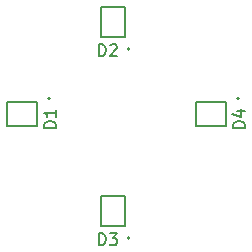
<source format=gbr>
%TF.GenerationSoftware,KiCad,Pcbnew,7.0.7*%
%TF.CreationDate,2024-01-19T08:56:41-05:00*%
%TF.ProjectId,LED_board,4c45445f-626f-4617-9264-2e6b69636164,rev?*%
%TF.SameCoordinates,Original*%
%TF.FileFunction,Legend,Top*%
%TF.FilePolarity,Positive*%
%FSLAX46Y46*%
G04 Gerber Fmt 4.6, Leading zero omitted, Abs format (unit mm)*
G04 Created by KiCad (PCBNEW 7.0.7) date 2024-01-19 08:56:41*
%MOMM*%
%LPD*%
G01*
G04 APERTURE LIST*
%ADD10C,0.150000*%
%ADD11C,0.127000*%
%ADD12C,0.200000*%
G04 APERTURE END LIST*
D10*
X98791905Y-95142819D02*
X98791905Y-94142819D01*
X98791905Y-94142819D02*
X99030000Y-94142819D01*
X99030000Y-94142819D02*
X99172857Y-94190438D01*
X99172857Y-94190438D02*
X99268095Y-94285676D01*
X99268095Y-94285676D02*
X99315714Y-94380914D01*
X99315714Y-94380914D02*
X99363333Y-94571390D01*
X99363333Y-94571390D02*
X99363333Y-94714247D01*
X99363333Y-94714247D02*
X99315714Y-94904723D01*
X99315714Y-94904723D02*
X99268095Y-94999961D01*
X99268095Y-94999961D02*
X99172857Y-95095200D01*
X99172857Y-95095200D02*
X99030000Y-95142819D01*
X99030000Y-95142819D02*
X98791905Y-95142819D01*
X99744286Y-94238057D02*
X99791905Y-94190438D01*
X99791905Y-94190438D02*
X99887143Y-94142819D01*
X99887143Y-94142819D02*
X100125238Y-94142819D01*
X100125238Y-94142819D02*
X100220476Y-94190438D01*
X100220476Y-94190438D02*
X100268095Y-94238057D01*
X100268095Y-94238057D02*
X100315714Y-94333295D01*
X100315714Y-94333295D02*
X100315714Y-94428533D01*
X100315714Y-94428533D02*
X100268095Y-94571390D01*
X100268095Y-94571390D02*
X99696667Y-95142819D01*
X99696667Y-95142819D02*
X100315714Y-95142819D01*
X111142819Y-101208094D02*
X110142819Y-101208094D01*
X110142819Y-101208094D02*
X110142819Y-100969999D01*
X110142819Y-100969999D02*
X110190438Y-100827142D01*
X110190438Y-100827142D02*
X110285676Y-100731904D01*
X110285676Y-100731904D02*
X110380914Y-100684285D01*
X110380914Y-100684285D02*
X110571390Y-100636666D01*
X110571390Y-100636666D02*
X110714247Y-100636666D01*
X110714247Y-100636666D02*
X110904723Y-100684285D01*
X110904723Y-100684285D02*
X110999961Y-100731904D01*
X110999961Y-100731904D02*
X111095200Y-100827142D01*
X111095200Y-100827142D02*
X111142819Y-100969999D01*
X111142819Y-100969999D02*
X111142819Y-101208094D01*
X110476152Y-99779523D02*
X111142819Y-99779523D01*
X110095200Y-100017618D02*
X110809485Y-100255713D01*
X110809485Y-100255713D02*
X110809485Y-99636666D01*
X95142819Y-101208094D02*
X94142819Y-101208094D01*
X94142819Y-101208094D02*
X94142819Y-100969999D01*
X94142819Y-100969999D02*
X94190438Y-100827142D01*
X94190438Y-100827142D02*
X94285676Y-100731904D01*
X94285676Y-100731904D02*
X94380914Y-100684285D01*
X94380914Y-100684285D02*
X94571390Y-100636666D01*
X94571390Y-100636666D02*
X94714247Y-100636666D01*
X94714247Y-100636666D02*
X94904723Y-100684285D01*
X94904723Y-100684285D02*
X94999961Y-100731904D01*
X94999961Y-100731904D02*
X95095200Y-100827142D01*
X95095200Y-100827142D02*
X95142819Y-100969999D01*
X95142819Y-100969999D02*
X95142819Y-101208094D01*
X95142819Y-99684285D02*
X95142819Y-100255713D01*
X95142819Y-99969999D02*
X94142819Y-99969999D01*
X94142819Y-99969999D02*
X94285676Y-100065237D01*
X94285676Y-100065237D02*
X94380914Y-100160475D01*
X94380914Y-100160475D02*
X94428533Y-100255713D01*
X98791905Y-111142819D02*
X98791905Y-110142819D01*
X98791905Y-110142819D02*
X99030000Y-110142819D01*
X99030000Y-110142819D02*
X99172857Y-110190438D01*
X99172857Y-110190438D02*
X99268095Y-110285676D01*
X99268095Y-110285676D02*
X99315714Y-110380914D01*
X99315714Y-110380914D02*
X99363333Y-110571390D01*
X99363333Y-110571390D02*
X99363333Y-110714247D01*
X99363333Y-110714247D02*
X99315714Y-110904723D01*
X99315714Y-110904723D02*
X99268095Y-110999961D01*
X99268095Y-110999961D02*
X99172857Y-111095200D01*
X99172857Y-111095200D02*
X99030000Y-111142819D01*
X99030000Y-111142819D02*
X98791905Y-111142819D01*
X99696667Y-110142819D02*
X100315714Y-110142819D01*
X100315714Y-110142819D02*
X99982381Y-110523771D01*
X99982381Y-110523771D02*
X100125238Y-110523771D01*
X100125238Y-110523771D02*
X100220476Y-110571390D01*
X100220476Y-110571390D02*
X100268095Y-110619009D01*
X100268095Y-110619009D02*
X100315714Y-110714247D01*
X100315714Y-110714247D02*
X100315714Y-110952342D01*
X100315714Y-110952342D02*
X100268095Y-111047580D01*
X100268095Y-111047580D02*
X100220476Y-111095200D01*
X100220476Y-111095200D02*
X100125238Y-111142819D01*
X100125238Y-111142819D02*
X99839524Y-111142819D01*
X99839524Y-111142819D02*
X99744286Y-111095200D01*
X99744286Y-111095200D02*
X99696667Y-111047580D01*
D11*
%TO.C,D2*%
X101016000Y-93524000D02*
X98984000Y-93524000D01*
X101016000Y-90984000D02*
X101016000Y-93524000D01*
X98984000Y-93524000D02*
X98984000Y-90984000D01*
X98984000Y-90984000D02*
X101016000Y-90984000D01*
D12*
X101370000Y-94540000D02*
G75*
G03*
X101370000Y-94540000I-100000J0D01*
G01*
D11*
%TO.C,D4*%
X109524000Y-98984000D02*
X109524000Y-101016000D01*
X106984000Y-98984000D02*
X109524000Y-98984000D01*
X109524000Y-101016000D02*
X106984000Y-101016000D01*
X106984000Y-101016000D02*
X106984000Y-98984000D01*
D12*
X110640000Y-98730000D02*
G75*
G03*
X110640000Y-98730000I-100000J0D01*
G01*
D11*
%TO.C,D1*%
X93524000Y-98984000D02*
X93524000Y-101016000D01*
X90984000Y-98984000D02*
X93524000Y-98984000D01*
X93524000Y-101016000D02*
X90984000Y-101016000D01*
X90984000Y-101016000D02*
X90984000Y-98984000D01*
D12*
X94640000Y-98730000D02*
G75*
G03*
X94640000Y-98730000I-100000J0D01*
G01*
D11*
%TO.C,D3*%
X101016000Y-109524000D02*
X98984000Y-109524000D01*
X101016000Y-106984000D02*
X101016000Y-109524000D01*
X98984000Y-109524000D02*
X98984000Y-106984000D01*
X98984000Y-106984000D02*
X101016000Y-106984000D01*
D12*
X101370000Y-110540000D02*
G75*
G03*
X101370000Y-110540000I-100000J0D01*
G01*
%TD*%
M02*

</source>
